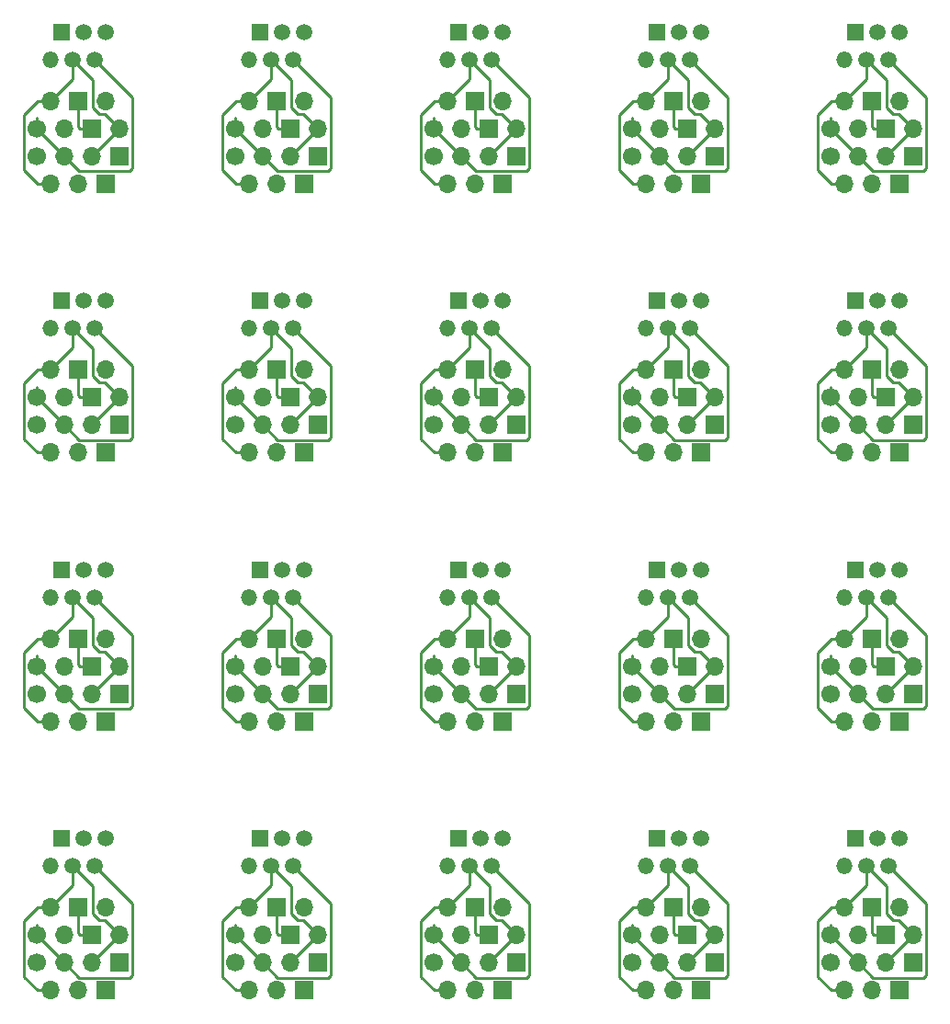
<source format=gbl>
G04 #@! TF.GenerationSoftware,KiCad,Pcbnew,5.1.5+dfsg1-2build2*
G04 #@! TF.CreationDate,2020-09-11T16:17:58-03:00*
G04 #@! TF.ProjectId,panel2,70616e65-6c32-42e6-9b69-6361645f7063,rev?*
G04 #@! TF.SameCoordinates,Original*
G04 #@! TF.FileFunction,Copper,L2,Bot*
G04 #@! TF.FilePolarity,Positive*
%FSLAX46Y46*%
G04 Gerber Fmt 4.6, Leading zero omitted, Abs format (unit mm)*
G04 Created by KiCad (PCBNEW 5.1.5+dfsg1-2build2) date 2020-09-11 16:17:58*
%MOMM*%
%LPD*%
G04 APERTURE LIST*
%ADD10O,1.700000X1.700000*%
%ADD11R,1.700000X1.700000*%
%ADD12C,1.700000*%
%ADD13O,1.520000X1.520000*%
%ADD14R,1.520000X1.520000*%
%ADD15C,1.520000*%
%ADD16C,0.250000*%
G04 APERTURE END LIST*
D10*
X151257000Y-90805000D03*
D11*
X153797000Y-90805000D03*
D10*
X156337000Y-90805000D03*
X157607000Y-118110000D03*
D11*
X155067000Y-118110000D03*
D10*
X152527000Y-118110000D03*
D12*
X149987000Y-118110000D03*
D13*
X151257000Y-136525000D03*
D14*
X152277000Y-133985000D03*
D15*
X153297000Y-136525000D03*
X154317000Y-133985000D03*
X155337000Y-136525000D03*
X156357000Y-133985000D03*
D10*
X151257000Y-140335000D03*
D11*
X153797000Y-140335000D03*
D10*
X156337000Y-140335000D03*
D11*
X157607000Y-71120000D03*
D10*
X155067000Y-71120000D03*
X152527000Y-71120000D03*
D12*
X149987000Y-71120000D03*
D10*
X151257000Y-98425000D03*
X153797000Y-98425000D03*
D11*
X156337000Y-98425000D03*
D15*
X156357000Y-59690000D03*
X155337000Y-62230000D03*
X154317000Y-59690000D03*
X153297000Y-62230000D03*
D14*
X152277000Y-59690000D03*
D13*
X151257000Y-62230000D03*
D11*
X156337000Y-123190000D03*
D10*
X153797000Y-123190000D03*
X151257000Y-123190000D03*
X156337000Y-66040000D03*
D11*
X153797000Y-66040000D03*
D10*
X151257000Y-66040000D03*
D15*
X156357000Y-109220000D03*
X155337000Y-111760000D03*
X154317000Y-109220000D03*
X153297000Y-111760000D03*
D14*
X152277000Y-109220000D03*
D13*
X151257000Y-111760000D03*
D12*
X149987000Y-142875000D03*
D10*
X152527000Y-142875000D03*
D11*
X155067000Y-142875000D03*
D10*
X157607000Y-142875000D03*
D12*
X149987000Y-95885000D03*
D10*
X152527000Y-95885000D03*
X155067000Y-95885000D03*
D11*
X157607000Y-95885000D03*
X156337000Y-73660000D03*
D10*
X153797000Y-73660000D03*
X151257000Y-73660000D03*
X156337000Y-115570000D03*
D11*
X153797000Y-115570000D03*
D10*
X151257000Y-115570000D03*
D12*
X149987000Y-93345000D03*
D10*
X152527000Y-93345000D03*
D11*
X155067000Y-93345000D03*
D10*
X157607000Y-93345000D03*
D13*
X151257000Y-86995000D03*
D14*
X152277000Y-84455000D03*
D15*
X153297000Y-86995000D03*
X154317000Y-84455000D03*
X155337000Y-86995000D03*
X156357000Y-84455000D03*
D10*
X157607000Y-68580000D03*
D11*
X155067000Y-68580000D03*
D10*
X152527000Y-68580000D03*
D12*
X149987000Y-68580000D03*
X149987000Y-145415000D03*
D10*
X152527000Y-145415000D03*
X155067000Y-145415000D03*
D11*
X157607000Y-145415000D03*
D10*
X151257000Y-147955000D03*
X153797000Y-147955000D03*
D11*
X156337000Y-147955000D03*
X157607000Y-120650000D03*
D10*
X155067000Y-120650000D03*
X152527000Y-120650000D03*
D12*
X149987000Y-120650000D03*
D10*
X138049000Y-140335000D03*
D11*
X135509000Y-140335000D03*
D10*
X132969000Y-140335000D03*
D13*
X132969000Y-62230000D03*
D14*
X133989000Y-59690000D03*
D15*
X135009000Y-62230000D03*
X136029000Y-59690000D03*
X137049000Y-62230000D03*
X138069000Y-59690000D03*
D12*
X131699000Y-71120000D03*
D10*
X134239000Y-71120000D03*
X136779000Y-71120000D03*
D11*
X139319000Y-71120000D03*
D10*
X132969000Y-123190000D03*
X135509000Y-123190000D03*
D11*
X138049000Y-123190000D03*
D13*
X132969000Y-111760000D03*
D14*
X133989000Y-109220000D03*
D15*
X135009000Y-111760000D03*
X136029000Y-109220000D03*
X137049000Y-111760000D03*
X138069000Y-109220000D03*
D12*
X131699000Y-118110000D03*
D10*
X134239000Y-118110000D03*
D11*
X136779000Y-118110000D03*
D10*
X139319000Y-118110000D03*
X139319000Y-93345000D03*
D11*
X136779000Y-93345000D03*
D10*
X134239000Y-93345000D03*
D12*
X131699000Y-93345000D03*
X131699000Y-120650000D03*
D10*
X134239000Y-120650000D03*
X136779000Y-120650000D03*
D11*
X139319000Y-120650000D03*
D10*
X132969000Y-73660000D03*
X135509000Y-73660000D03*
D11*
X138049000Y-73660000D03*
D10*
X139319000Y-142875000D03*
D11*
X136779000Y-142875000D03*
D10*
X134239000Y-142875000D03*
D12*
X131699000Y-142875000D03*
D11*
X139319000Y-95885000D03*
D10*
X136779000Y-95885000D03*
X134239000Y-95885000D03*
D12*
X131699000Y-95885000D03*
D11*
X138049000Y-147955000D03*
D10*
X135509000Y-147955000D03*
X132969000Y-147955000D03*
D11*
X139319000Y-145415000D03*
D10*
X136779000Y-145415000D03*
X134239000Y-145415000D03*
D12*
X131699000Y-145415000D03*
D10*
X132969000Y-66040000D03*
D11*
X135509000Y-66040000D03*
D10*
X138049000Y-66040000D03*
X132969000Y-115570000D03*
D11*
X135509000Y-115570000D03*
D10*
X138049000Y-115570000D03*
D11*
X138049000Y-98425000D03*
D10*
X135509000Y-98425000D03*
X132969000Y-98425000D03*
X138049000Y-90805000D03*
D11*
X135509000Y-90805000D03*
D10*
X132969000Y-90805000D03*
D15*
X138069000Y-133985000D03*
X137049000Y-136525000D03*
X136029000Y-133985000D03*
X135009000Y-136525000D03*
D14*
X133989000Y-133985000D03*
D13*
X132969000Y-136525000D03*
D15*
X138069000Y-84455000D03*
X137049000Y-86995000D03*
X136029000Y-84455000D03*
X135009000Y-86995000D03*
D14*
X133989000Y-84455000D03*
D13*
X132969000Y-86995000D03*
D12*
X131699000Y-68580000D03*
D10*
X134239000Y-68580000D03*
D11*
X136779000Y-68580000D03*
D10*
X139319000Y-68580000D03*
X119761000Y-66040000D03*
D11*
X117221000Y-66040000D03*
D10*
X114681000Y-66040000D03*
D12*
X113411000Y-142875000D03*
D10*
X115951000Y-142875000D03*
D11*
X118491000Y-142875000D03*
D10*
X121031000Y-142875000D03*
X114681000Y-90805000D03*
D11*
X117221000Y-90805000D03*
D10*
X119761000Y-90805000D03*
X114681000Y-147955000D03*
X117221000Y-147955000D03*
D11*
X119761000Y-147955000D03*
X119761000Y-73660000D03*
D10*
X117221000Y-73660000D03*
X114681000Y-73660000D03*
D15*
X119781000Y-59690000D03*
X118761000Y-62230000D03*
X117741000Y-59690000D03*
X116721000Y-62230000D03*
D14*
X115701000Y-59690000D03*
D13*
X114681000Y-62230000D03*
D11*
X119761000Y-123190000D03*
D10*
X117221000Y-123190000D03*
X114681000Y-123190000D03*
X121031000Y-118110000D03*
D11*
X118491000Y-118110000D03*
D10*
X115951000Y-118110000D03*
D12*
X113411000Y-118110000D03*
D15*
X119781000Y-109220000D03*
X118761000Y-111760000D03*
X117741000Y-109220000D03*
X116721000Y-111760000D03*
D14*
X115701000Y-109220000D03*
D13*
X114681000Y-111760000D03*
D10*
X114681000Y-98425000D03*
X117221000Y-98425000D03*
D11*
X119761000Y-98425000D03*
D12*
X113411000Y-95885000D03*
D10*
X115951000Y-95885000D03*
X118491000Y-95885000D03*
D11*
X121031000Y-95885000D03*
D12*
X113411000Y-145415000D03*
D10*
X115951000Y-145415000D03*
X118491000Y-145415000D03*
D11*
X121031000Y-145415000D03*
D13*
X114681000Y-136525000D03*
D14*
X115701000Y-133985000D03*
D15*
X116721000Y-136525000D03*
X117741000Y-133985000D03*
X118761000Y-136525000D03*
X119781000Y-133985000D03*
D10*
X114681000Y-140335000D03*
D11*
X117221000Y-140335000D03*
D10*
X119761000Y-140335000D03*
D12*
X113411000Y-93345000D03*
D10*
X115951000Y-93345000D03*
D11*
X118491000Y-93345000D03*
D10*
X121031000Y-93345000D03*
D11*
X121031000Y-120650000D03*
D10*
X118491000Y-120650000D03*
X115951000Y-120650000D03*
D12*
X113411000Y-120650000D03*
D10*
X119761000Y-115570000D03*
D11*
X117221000Y-115570000D03*
D10*
X114681000Y-115570000D03*
X121031000Y-68580000D03*
D11*
X118491000Y-68580000D03*
D10*
X115951000Y-68580000D03*
D12*
X113411000Y-68580000D03*
D11*
X121031000Y-71120000D03*
D10*
X118491000Y-71120000D03*
X115951000Y-71120000D03*
D12*
X113411000Y-71120000D03*
D13*
X114681000Y-86995000D03*
D14*
X115701000Y-84455000D03*
D15*
X116721000Y-86995000D03*
X117741000Y-84455000D03*
X118761000Y-86995000D03*
X119781000Y-84455000D03*
D10*
X102743000Y-142875000D03*
D11*
X100203000Y-142875000D03*
D10*
X97663000Y-142875000D03*
D12*
X95123000Y-142875000D03*
D11*
X102743000Y-145415000D03*
D10*
X100203000Y-145415000D03*
X97663000Y-145415000D03*
D12*
X95123000Y-145415000D03*
D15*
X101493000Y-133985000D03*
X100473000Y-136525000D03*
X99453000Y-133985000D03*
X98433000Y-136525000D03*
D14*
X97413000Y-133985000D03*
D13*
X96393000Y-136525000D03*
D10*
X96393000Y-123190000D03*
X98933000Y-123190000D03*
D11*
X101473000Y-123190000D03*
D13*
X96393000Y-111760000D03*
D14*
X97413000Y-109220000D03*
D15*
X98433000Y-111760000D03*
X99453000Y-109220000D03*
X100473000Y-111760000D03*
X101493000Y-109220000D03*
D12*
X95123000Y-120650000D03*
D10*
X97663000Y-120650000D03*
X100203000Y-120650000D03*
D11*
X102743000Y-120650000D03*
D10*
X101473000Y-90805000D03*
D11*
X98933000Y-90805000D03*
D10*
X96393000Y-90805000D03*
X102743000Y-93345000D03*
D11*
X100203000Y-93345000D03*
D10*
X97663000Y-93345000D03*
D12*
X95123000Y-93345000D03*
D11*
X102743000Y-95885000D03*
D10*
X100203000Y-95885000D03*
X97663000Y-95885000D03*
D12*
X95123000Y-95885000D03*
D15*
X101493000Y-84455000D03*
X100473000Y-86995000D03*
X99453000Y-84455000D03*
X98433000Y-86995000D03*
D14*
X97413000Y-84455000D03*
D13*
X96393000Y-86995000D03*
D11*
X101473000Y-98425000D03*
D10*
X98933000Y-98425000D03*
X96393000Y-98425000D03*
X96393000Y-66040000D03*
D11*
X98933000Y-66040000D03*
D10*
X101473000Y-66040000D03*
D12*
X95123000Y-118110000D03*
D10*
X97663000Y-118110000D03*
D11*
X100203000Y-118110000D03*
D10*
X102743000Y-118110000D03*
X96393000Y-73660000D03*
X98933000Y-73660000D03*
D11*
X101473000Y-73660000D03*
D13*
X96393000Y-62230000D03*
D14*
X97413000Y-59690000D03*
D15*
X98433000Y-62230000D03*
X99453000Y-59690000D03*
X100473000Y-62230000D03*
X101493000Y-59690000D03*
D12*
X95123000Y-71120000D03*
D10*
X97663000Y-71120000D03*
X100203000Y-71120000D03*
D11*
X102743000Y-71120000D03*
D10*
X101473000Y-140335000D03*
D11*
X98933000Y-140335000D03*
D10*
X96393000Y-140335000D03*
D11*
X101473000Y-147955000D03*
D10*
X98933000Y-147955000D03*
X96393000Y-147955000D03*
D12*
X95123000Y-68580000D03*
D10*
X97663000Y-68580000D03*
D11*
X100203000Y-68580000D03*
D10*
X102743000Y-68580000D03*
X96393000Y-115570000D03*
D11*
X98933000Y-115570000D03*
D10*
X101473000Y-115570000D03*
X78105000Y-147955000D03*
X80645000Y-147955000D03*
D11*
X83185000Y-147955000D03*
D13*
X78105000Y-136525000D03*
D14*
X79125000Y-133985000D03*
D15*
X80145000Y-136525000D03*
X81165000Y-133985000D03*
X82185000Y-136525000D03*
X83205000Y-133985000D03*
D12*
X76835000Y-145415000D03*
D10*
X79375000Y-145415000D03*
X81915000Y-145415000D03*
D11*
X84455000Y-145415000D03*
D12*
X76835000Y-142875000D03*
D10*
X79375000Y-142875000D03*
D11*
X81915000Y-142875000D03*
D10*
X84455000Y-142875000D03*
X78105000Y-140335000D03*
D11*
X80645000Y-140335000D03*
D10*
X83185000Y-140335000D03*
X83185000Y-115570000D03*
D11*
X80645000Y-115570000D03*
D10*
X78105000Y-115570000D03*
X84455000Y-118110000D03*
D11*
X81915000Y-118110000D03*
D10*
X79375000Y-118110000D03*
D12*
X76835000Y-118110000D03*
D11*
X84455000Y-120650000D03*
D10*
X81915000Y-120650000D03*
X79375000Y-120650000D03*
D12*
X76835000Y-120650000D03*
D15*
X83205000Y-109220000D03*
X82185000Y-111760000D03*
X81165000Y-109220000D03*
X80145000Y-111760000D03*
D14*
X79125000Y-109220000D03*
D13*
X78105000Y-111760000D03*
D11*
X83185000Y-123190000D03*
D10*
X80645000Y-123190000D03*
X78105000Y-123190000D03*
X78105000Y-90805000D03*
D11*
X80645000Y-90805000D03*
D10*
X83185000Y-90805000D03*
X78105000Y-98425000D03*
X80645000Y-98425000D03*
D11*
X83185000Y-98425000D03*
D13*
X78105000Y-86995000D03*
D14*
X79125000Y-84455000D03*
D15*
X80145000Y-86995000D03*
X81165000Y-84455000D03*
X82185000Y-86995000D03*
X83205000Y-84455000D03*
D12*
X76835000Y-95885000D03*
D10*
X79375000Y-95885000D03*
X81915000Y-95885000D03*
D11*
X84455000Y-95885000D03*
D12*
X76835000Y-93345000D03*
D10*
X79375000Y-93345000D03*
D11*
X81915000Y-93345000D03*
D10*
X84455000Y-93345000D03*
X84455000Y-68580000D03*
D11*
X81915000Y-68580000D03*
D10*
X79375000Y-68580000D03*
D12*
X76835000Y-68580000D03*
D11*
X84455000Y-71120000D03*
D10*
X81915000Y-71120000D03*
X79375000Y-71120000D03*
D12*
X76835000Y-71120000D03*
D10*
X83185000Y-66040000D03*
D11*
X80645000Y-66040000D03*
D10*
X78105000Y-66040000D03*
D11*
X83185000Y-73660000D03*
D10*
X80645000Y-73660000D03*
X78105000Y-73660000D03*
D15*
X83205000Y-59690000D03*
X82185000Y-62230000D03*
X81165000Y-59690000D03*
X80145000Y-62230000D03*
D14*
X79125000Y-59690000D03*
D13*
X78105000Y-62230000D03*
D16*
X76835000Y-67580000D02*
X76835000Y-68580000D01*
X76835000Y-68580000D02*
X79375000Y-71120000D01*
X85630001Y-65675001D02*
X82944999Y-62989999D01*
X85630001Y-72230001D02*
X85630001Y-65675001D01*
X82944999Y-62989999D02*
X82185000Y-62230000D01*
X85375003Y-72484999D02*
X85630001Y-72230001D01*
X80739999Y-72484999D02*
X85375003Y-72484999D01*
X79375000Y-71120000D02*
X80739999Y-72484999D01*
X85375003Y-97249999D02*
X85630001Y-96995001D01*
X85630001Y-90440001D02*
X82944999Y-87754999D01*
X85630001Y-96995001D02*
X85630001Y-90440001D01*
X82944999Y-87754999D02*
X82185000Y-86995000D01*
X76835000Y-93345000D02*
X79375000Y-95885000D01*
X79375000Y-95885000D02*
X80739999Y-97249999D01*
X80739999Y-97249999D02*
X85375003Y-97249999D01*
X76835000Y-92345000D02*
X76835000Y-93345000D01*
X80739999Y-122014999D02*
X85375003Y-122014999D01*
X79375000Y-120650000D02*
X80739999Y-122014999D01*
X85630001Y-121760001D02*
X85630001Y-115205001D01*
X76835000Y-117110000D02*
X76835000Y-118110000D01*
X85630001Y-115205001D02*
X82944999Y-112519999D01*
X82944999Y-112519999D02*
X82185000Y-111760000D01*
X76835000Y-118110000D02*
X79375000Y-120650000D01*
X85375003Y-122014999D02*
X85630001Y-121760001D01*
X85375003Y-146779999D02*
X85630001Y-146525001D01*
X80739999Y-146779999D02*
X85375003Y-146779999D01*
X79375000Y-145415000D02*
X80739999Y-146779999D01*
X76835000Y-142875000D02*
X79375000Y-145415000D01*
X85630001Y-146525001D02*
X85630001Y-139970001D01*
X85630001Y-139970001D02*
X82944999Y-137284999D01*
X82944999Y-137284999D02*
X82185000Y-136525000D01*
X76835000Y-141875000D02*
X76835000Y-142875000D01*
X99027999Y-97249999D02*
X103663003Y-97249999D01*
X101232999Y-137284999D02*
X100473000Y-136525000D01*
X103663003Y-122014999D02*
X103918001Y-121760001D01*
X97663000Y-95885000D02*
X99027999Y-97249999D01*
X99027999Y-122014999D02*
X103663003Y-122014999D01*
X99027999Y-146779999D02*
X103663003Y-146779999D01*
X97663000Y-145415000D02*
X99027999Y-146779999D01*
X103663003Y-146779999D02*
X103918001Y-146525001D01*
X103918001Y-96995001D02*
X103918001Y-90440001D01*
X97663000Y-120650000D02*
X99027999Y-122014999D01*
X103663003Y-72484999D02*
X103918001Y-72230001D01*
X95123000Y-92345000D02*
X95123000Y-93345000D01*
X103918001Y-65675001D02*
X101232999Y-62989999D01*
X103918001Y-72230001D02*
X103918001Y-65675001D01*
X101232999Y-62989999D02*
X100473000Y-62230000D01*
X95123000Y-68580000D02*
X97663000Y-71120000D01*
X103918001Y-90440001D02*
X101232999Y-87754999D01*
X101232999Y-87754999D02*
X100473000Y-86995000D01*
X95123000Y-141875000D02*
X95123000Y-142875000D01*
X95123000Y-118110000D02*
X97663000Y-120650000D01*
X103918001Y-121760001D02*
X103918001Y-115205001D01*
X103918001Y-115205001D02*
X101232999Y-112519999D01*
X95123000Y-93345000D02*
X97663000Y-95885000D01*
X103918001Y-146525001D02*
X103918001Y-139970001D01*
X103918001Y-139970001D02*
X101232999Y-137284999D01*
X101232999Y-112519999D02*
X100473000Y-111760000D01*
X97663000Y-71120000D02*
X99027999Y-72484999D01*
X99027999Y-72484999D02*
X103663003Y-72484999D01*
X95123000Y-67580000D02*
X95123000Y-68580000D01*
X95123000Y-117110000D02*
X95123000Y-118110000D01*
X95123000Y-142875000D02*
X97663000Y-145415000D01*
X103663003Y-97249999D02*
X103918001Y-96995001D01*
X119520999Y-87754999D02*
X118761000Y-86995000D01*
X122206001Y-65675001D02*
X119520999Y-62989999D01*
X122206001Y-96995001D02*
X122206001Y-90440001D01*
X121951003Y-72484999D02*
X122206001Y-72230001D01*
X113411000Y-67580000D02*
X113411000Y-68580000D01*
X122206001Y-90440001D02*
X119520999Y-87754999D01*
X122206001Y-115205001D02*
X119520999Y-112519999D01*
X113411000Y-68580000D02*
X115951000Y-71120000D01*
X122206001Y-72230001D02*
X122206001Y-65675001D01*
X115951000Y-71120000D02*
X117315999Y-72484999D01*
X121951003Y-122014999D02*
X122206001Y-121760001D01*
X113411000Y-93345000D02*
X115951000Y-95885000D01*
X113411000Y-118110000D02*
X115951000Y-120650000D01*
X121951003Y-97249999D02*
X122206001Y-96995001D01*
X121951003Y-146779999D02*
X122206001Y-146525001D01*
X113411000Y-92345000D02*
X113411000Y-93345000D01*
X115951000Y-95885000D02*
X117315999Y-97249999D01*
X117315999Y-72484999D02*
X121951003Y-72484999D01*
X113411000Y-117110000D02*
X113411000Y-118110000D01*
X115951000Y-120650000D02*
X117315999Y-122014999D01*
X119520999Y-137284999D02*
X118761000Y-136525000D01*
X119520999Y-62989999D02*
X118761000Y-62230000D01*
X117315999Y-122014999D02*
X121951003Y-122014999D01*
X122206001Y-146525001D02*
X122206001Y-139970001D01*
X119520999Y-112519999D02*
X118761000Y-111760000D01*
X122206001Y-139970001D02*
X119520999Y-137284999D01*
X115951000Y-145415000D02*
X117315999Y-146779999D01*
X122206001Y-121760001D02*
X122206001Y-115205001D01*
X117315999Y-97249999D02*
X121951003Y-97249999D01*
X113411000Y-141875000D02*
X113411000Y-142875000D01*
X117315999Y-146779999D02*
X121951003Y-146779999D01*
X113411000Y-142875000D02*
X115951000Y-145415000D01*
X131699000Y-67580000D02*
X131699000Y-68580000D01*
X134239000Y-95885000D02*
X135603999Y-97249999D01*
X131699000Y-93345000D02*
X134239000Y-95885000D01*
X135603999Y-97249999D02*
X140239003Y-97249999D01*
X140239003Y-72484999D02*
X140494001Y-72230001D01*
X135603999Y-72484999D02*
X140239003Y-72484999D01*
X131699000Y-92345000D02*
X131699000Y-93345000D01*
X131699000Y-117110000D02*
X131699000Y-118110000D01*
X137808999Y-137284999D02*
X137049000Y-136525000D01*
X137808999Y-87754999D02*
X137049000Y-86995000D01*
X137808999Y-112519999D02*
X137049000Y-111760000D01*
X140239003Y-122014999D02*
X140494001Y-121760001D01*
X140494001Y-65675001D02*
X137808999Y-62989999D01*
X140494001Y-139970001D02*
X137808999Y-137284999D01*
X134239000Y-145415000D02*
X135603999Y-146779999D01*
X135603999Y-146779999D02*
X140239003Y-146779999D01*
X131699000Y-142875000D02*
X134239000Y-145415000D01*
X131699000Y-68580000D02*
X134239000Y-71120000D01*
X140494001Y-96995001D02*
X140494001Y-90440001D01*
X134239000Y-120650000D02*
X135603999Y-122014999D01*
X131699000Y-141875000D02*
X131699000Y-142875000D01*
X140494001Y-146525001D02*
X140494001Y-139970001D01*
X140494001Y-115205001D02*
X137808999Y-112519999D01*
X140494001Y-121760001D02*
X140494001Y-115205001D01*
X134239000Y-71120000D02*
X135603999Y-72484999D01*
X131699000Y-118110000D02*
X134239000Y-120650000D01*
X140494001Y-72230001D02*
X140494001Y-65675001D01*
X140494001Y-90440001D02*
X137808999Y-87754999D01*
X140239003Y-97249999D02*
X140494001Y-96995001D01*
X140239003Y-146779999D02*
X140494001Y-146525001D01*
X135603999Y-122014999D02*
X140239003Y-122014999D01*
X137808999Y-62989999D02*
X137049000Y-62230000D01*
X152527000Y-95885000D02*
X153891999Y-97249999D01*
X149987000Y-93345000D02*
X152527000Y-95885000D01*
X153891999Y-97249999D02*
X158527003Y-97249999D01*
X158527003Y-72484999D02*
X158782001Y-72230001D01*
X158782001Y-115205001D02*
X156096999Y-112519999D01*
X152527000Y-145415000D02*
X153891999Y-146779999D01*
X158782001Y-139970001D02*
X156096999Y-137284999D01*
X158782001Y-121760001D02*
X158782001Y-115205001D01*
X152527000Y-71120000D02*
X153891999Y-72484999D01*
X156096999Y-62989999D02*
X155337000Y-62230000D01*
X149987000Y-92345000D02*
X149987000Y-93345000D01*
X149987000Y-117110000D02*
X149987000Y-118110000D01*
X153891999Y-146779999D02*
X158527003Y-146779999D01*
X152527000Y-120650000D02*
X153891999Y-122014999D01*
X149987000Y-141875000D02*
X149987000Y-142875000D01*
X158782001Y-146525001D02*
X158782001Y-139970001D01*
X158782001Y-90440001D02*
X156096999Y-87754999D01*
X156096999Y-137284999D02*
X155337000Y-136525000D01*
X156096999Y-87754999D02*
X155337000Y-86995000D01*
X156096999Y-112519999D02*
X155337000Y-111760000D01*
X158527003Y-122014999D02*
X158782001Y-121760001D01*
X158782001Y-65675001D02*
X156096999Y-62989999D01*
X149987000Y-142875000D02*
X152527000Y-145415000D01*
X149987000Y-68580000D02*
X152527000Y-71120000D01*
X158782001Y-96995001D02*
X158782001Y-90440001D01*
X149987000Y-118110000D02*
X152527000Y-120650000D01*
X158782001Y-72230001D02*
X158782001Y-65675001D01*
X149987000Y-67580000D02*
X149987000Y-68580000D01*
X158527003Y-97249999D02*
X158782001Y-96995001D01*
X158527003Y-146779999D02*
X158782001Y-146525001D01*
X153891999Y-122014999D02*
X158527003Y-122014999D01*
X153891999Y-72484999D02*
X158527003Y-72484999D01*
X83605001Y-67730001D02*
X84455000Y-68580000D01*
X83090001Y-67215001D02*
X83605001Y-67730001D01*
X82620999Y-67215001D02*
X83090001Y-67215001D01*
X82009999Y-66604001D02*
X82620999Y-67215001D01*
X82009999Y-64094999D02*
X82009999Y-66604001D01*
X80145000Y-62230000D02*
X82009999Y-64094999D01*
X84455000Y-68580000D02*
X81915000Y-71120000D01*
X80145000Y-64000000D02*
X78105000Y-66040000D01*
X80145000Y-62230000D02*
X80145000Y-64000000D01*
X76902919Y-73660000D02*
X78105000Y-73660000D01*
X75659999Y-72417080D02*
X76902919Y-73660000D01*
X76902919Y-66040000D02*
X75659999Y-67282920D01*
X75659999Y-67282920D02*
X75659999Y-72417080D01*
X78105000Y-66040000D02*
X76902919Y-66040000D01*
X83090001Y-91980001D02*
X83605001Y-92495001D01*
X80145000Y-88765000D02*
X78105000Y-90805000D01*
X82620999Y-91980001D02*
X83090001Y-91980001D01*
X82009999Y-91369001D02*
X82620999Y-91980001D01*
X84455000Y-93345000D02*
X81915000Y-95885000D01*
X82009999Y-88859999D02*
X82009999Y-91369001D01*
X76902919Y-98425000D02*
X78105000Y-98425000D01*
X75659999Y-97182080D02*
X76902919Y-98425000D01*
X83605001Y-92495001D02*
X84455000Y-93345000D01*
X78105000Y-90805000D02*
X76902919Y-90805000D01*
X80145000Y-86995000D02*
X82009999Y-88859999D01*
X75659999Y-92047920D02*
X75659999Y-97182080D01*
X76902919Y-90805000D02*
X75659999Y-92047920D01*
X80145000Y-86995000D02*
X80145000Y-88765000D01*
X76902919Y-115570000D02*
X75659999Y-116812920D01*
X83090001Y-116745001D02*
X83605001Y-117260001D01*
X76902919Y-123190000D02*
X78105000Y-123190000D01*
X82009999Y-116134001D02*
X82620999Y-116745001D01*
X75659999Y-116812920D02*
X75659999Y-121947080D01*
X80145000Y-111760000D02*
X80145000Y-113530000D01*
X80145000Y-113530000D02*
X78105000Y-115570000D01*
X83605001Y-117260001D02*
X84455000Y-118110000D01*
X84455000Y-118110000D02*
X81915000Y-120650000D01*
X80145000Y-111760000D02*
X82009999Y-113624999D01*
X78105000Y-115570000D02*
X76902919Y-115570000D01*
X82009999Y-113624999D02*
X82009999Y-116134001D01*
X75659999Y-121947080D02*
X76902919Y-123190000D01*
X82620999Y-116745001D02*
X83090001Y-116745001D01*
X75659999Y-141577920D02*
X75659999Y-146712080D01*
X80145000Y-136525000D02*
X82009999Y-138389999D01*
X78105000Y-140335000D02*
X76902919Y-140335000D01*
X82009999Y-138389999D02*
X82009999Y-140899001D01*
X75659999Y-146712080D02*
X76902919Y-147955000D01*
X82620999Y-141510001D02*
X83090001Y-141510001D01*
X76902919Y-140335000D02*
X75659999Y-141577920D01*
X83090001Y-141510001D02*
X83605001Y-142025001D01*
X76902919Y-147955000D02*
X78105000Y-147955000D01*
X82009999Y-140899001D02*
X82620999Y-141510001D01*
X80145000Y-136525000D02*
X80145000Y-138295000D01*
X80145000Y-138295000D02*
X78105000Y-140335000D01*
X83605001Y-142025001D02*
X84455000Y-142875000D01*
X84455000Y-142875000D02*
X81915000Y-145415000D01*
X93947999Y-116812920D02*
X93947999Y-121947080D01*
X98433000Y-136525000D02*
X98433000Y-138295000D01*
X98433000Y-111760000D02*
X100297999Y-113624999D01*
X96393000Y-115570000D02*
X95190919Y-115570000D01*
X100297999Y-113624999D02*
X100297999Y-116134001D01*
X93947999Y-121947080D02*
X95190919Y-123190000D01*
X100908999Y-116745001D02*
X101378001Y-116745001D01*
X98433000Y-136525000D02*
X100297999Y-138389999D01*
X101378001Y-67215001D02*
X101893001Y-67730001D01*
X95190919Y-90805000D02*
X93947999Y-92047920D01*
X95190919Y-115570000D02*
X93947999Y-116812920D01*
X101378001Y-91980001D02*
X101893001Y-92495001D01*
X98433000Y-138295000D02*
X96393000Y-140335000D01*
X101378001Y-116745001D02*
X101893001Y-117260001D01*
X101378001Y-141510001D02*
X101893001Y-142025001D01*
X95190919Y-98425000D02*
X96393000Y-98425000D01*
X93947999Y-146712080D02*
X95190919Y-147955000D01*
X100908999Y-141510001D02*
X101378001Y-141510001D01*
X100297999Y-91369001D02*
X100908999Y-91980001D01*
X98433000Y-64000000D02*
X96393000Y-66040000D01*
X93947999Y-92047920D02*
X93947999Y-97182080D01*
X100908999Y-67215001D02*
X101378001Y-67215001D01*
X100297999Y-66604001D02*
X100908999Y-67215001D01*
X102743000Y-68580000D02*
X100203000Y-71120000D01*
X100297999Y-64094999D02*
X100297999Y-66604001D01*
X98433000Y-86995000D02*
X98433000Y-88765000D01*
X102743000Y-142875000D02*
X100203000Y-145415000D01*
X98433000Y-88765000D02*
X96393000Y-90805000D01*
X95190919Y-123190000D02*
X96393000Y-123190000D01*
X101893001Y-92495001D02*
X102743000Y-93345000D01*
X102743000Y-93345000D02*
X100203000Y-95885000D01*
X95190919Y-73660000D02*
X96393000Y-73660000D01*
X93947999Y-141577920D02*
X93947999Y-146712080D01*
X95190919Y-140335000D02*
X93947999Y-141577920D01*
X100297999Y-116134001D02*
X100908999Y-116745001D01*
X93947999Y-72417080D02*
X95190919Y-73660000D01*
X95190919Y-147955000D02*
X96393000Y-147955000D01*
X100297999Y-140899001D02*
X100908999Y-141510001D01*
X98433000Y-111760000D02*
X98433000Y-113530000D01*
X98433000Y-113530000D02*
X96393000Y-115570000D01*
X101893001Y-117260001D02*
X102743000Y-118110000D01*
X98433000Y-86995000D02*
X100297999Y-88859999D01*
X96393000Y-140335000D02*
X95190919Y-140335000D01*
X96393000Y-90805000D02*
X95190919Y-90805000D01*
X101893001Y-67730001D02*
X102743000Y-68580000D01*
X96393000Y-66040000D02*
X95190919Y-66040000D01*
X100297999Y-138389999D02*
X100297999Y-140899001D01*
X98433000Y-62230000D02*
X100297999Y-64094999D01*
X102743000Y-118110000D02*
X100203000Y-120650000D01*
X93947999Y-67282920D02*
X93947999Y-72417080D01*
X100297999Y-88859999D02*
X100297999Y-91369001D01*
X95190919Y-66040000D02*
X93947999Y-67282920D01*
X101893001Y-142025001D02*
X102743000Y-142875000D01*
X98433000Y-62230000D02*
X98433000Y-64000000D01*
X93947999Y-97182080D02*
X95190919Y-98425000D01*
X100908999Y-91980001D02*
X101378001Y-91980001D01*
X116721000Y-64000000D02*
X114681000Y-66040000D01*
X113478919Y-123190000D02*
X114681000Y-123190000D01*
X116721000Y-111760000D02*
X116721000Y-113530000D01*
X120181001Y-117260001D02*
X121031000Y-118110000D01*
X119196999Y-116745001D02*
X119666001Y-116745001D01*
X116721000Y-88765000D02*
X114681000Y-90805000D01*
X116721000Y-86995000D02*
X118585999Y-88859999D01*
X112235999Y-67282920D02*
X112235999Y-72417080D01*
X116721000Y-138295000D02*
X114681000Y-140335000D01*
X113478919Y-115570000D02*
X112235999Y-116812920D01*
X121031000Y-142875000D02*
X118491000Y-145415000D01*
X120181001Y-92495001D02*
X121031000Y-93345000D01*
X118585999Y-88859999D02*
X118585999Y-91369001D01*
X114681000Y-66040000D02*
X113478919Y-66040000D01*
X116721000Y-136525000D02*
X116721000Y-138295000D01*
X113478919Y-66040000D02*
X112235999Y-67282920D01*
X116721000Y-111760000D02*
X118585999Y-113624999D01*
X113478919Y-98425000D02*
X114681000Y-98425000D01*
X119666001Y-116745001D02*
X120181001Y-117260001D01*
X116721000Y-62230000D02*
X118585999Y-64094999D01*
X119196999Y-67215001D02*
X119666001Y-67215001D01*
X121031000Y-68580000D02*
X118491000Y-71120000D01*
X113478919Y-147955000D02*
X114681000Y-147955000D01*
X114681000Y-115570000D02*
X113478919Y-115570000D01*
X121031000Y-118110000D02*
X118491000Y-120650000D01*
X120181001Y-142025001D02*
X121031000Y-142875000D01*
X116721000Y-62230000D02*
X116721000Y-64000000D01*
X113478919Y-90805000D02*
X112235999Y-92047920D01*
X112235999Y-72417080D02*
X113478919Y-73660000D01*
X112235999Y-92047920D02*
X112235999Y-97182080D01*
X118585999Y-66604001D02*
X119196999Y-67215001D01*
X121031000Y-93345000D02*
X118491000Y-95885000D01*
X114681000Y-90805000D02*
X113478919Y-90805000D01*
X112235999Y-97182080D02*
X113478919Y-98425000D01*
X112235999Y-116812920D02*
X112235999Y-121947080D01*
X119196999Y-91980001D02*
X119666001Y-91980001D01*
X118585999Y-140899001D02*
X119196999Y-141510001D01*
X112235999Y-146712080D02*
X113478919Y-147955000D01*
X112235999Y-121947080D02*
X113478919Y-123190000D01*
X118585999Y-138389999D02*
X118585999Y-140899001D01*
X120181001Y-67730001D02*
X121031000Y-68580000D01*
X113478919Y-73660000D02*
X114681000Y-73660000D01*
X118585999Y-113624999D02*
X118585999Y-116134001D01*
X114681000Y-140335000D02*
X113478919Y-140335000D01*
X116721000Y-113530000D02*
X114681000Y-115570000D01*
X119196999Y-141510001D02*
X119666001Y-141510001D01*
X116721000Y-86995000D02*
X116721000Y-88765000D01*
X112235999Y-141577920D02*
X112235999Y-146712080D01*
X119666001Y-141510001D02*
X120181001Y-142025001D01*
X118585999Y-91369001D02*
X119196999Y-91980001D01*
X118585999Y-116134001D02*
X119196999Y-116745001D01*
X119666001Y-67215001D02*
X120181001Y-67730001D01*
X119666001Y-91980001D02*
X120181001Y-92495001D01*
X116721000Y-136525000D02*
X118585999Y-138389999D01*
X118585999Y-64094999D02*
X118585999Y-66604001D01*
X113478919Y-140335000D02*
X112235999Y-141577920D01*
X131766919Y-123190000D02*
X132969000Y-123190000D01*
X132969000Y-66040000D02*
X131766919Y-66040000D01*
X135009000Y-136525000D02*
X135009000Y-138295000D01*
X135009000Y-113530000D02*
X132969000Y-115570000D01*
X131766919Y-73660000D02*
X132969000Y-73660000D01*
X138469001Y-92495001D02*
X139319000Y-93345000D01*
X131766919Y-66040000D02*
X130523999Y-67282920D01*
X136873999Y-113624999D02*
X136873999Y-116134001D01*
X132969000Y-115570000D02*
X131766919Y-115570000D01*
X135009000Y-64000000D02*
X132969000Y-66040000D01*
X132969000Y-140335000D02*
X131766919Y-140335000D01*
X130523999Y-141577920D02*
X130523999Y-146712080D01*
X130523999Y-97182080D02*
X131766919Y-98425000D01*
X139319000Y-68580000D02*
X136779000Y-71120000D01*
X131766919Y-147955000D02*
X132969000Y-147955000D01*
X136873999Y-64094999D02*
X136873999Y-66604001D01*
X136873999Y-116134001D02*
X137484999Y-116745001D01*
X137954001Y-67215001D02*
X138469001Y-67730001D01*
X137954001Y-91980001D02*
X138469001Y-92495001D01*
X135009000Y-136525000D02*
X136873999Y-138389999D01*
X139319000Y-118110000D02*
X136779000Y-120650000D01*
X131766919Y-140335000D02*
X130523999Y-141577920D01*
X137484999Y-141510001D02*
X137954001Y-141510001D01*
X137954001Y-116745001D02*
X138469001Y-117260001D01*
X131766919Y-115570000D02*
X130523999Y-116812920D01*
X139319000Y-142875000D02*
X136779000Y-145415000D01*
X138469001Y-117260001D02*
X139319000Y-118110000D01*
X135009000Y-111760000D02*
X136873999Y-113624999D01*
X135009000Y-88765000D02*
X132969000Y-90805000D01*
X138469001Y-142025001D02*
X139319000Y-142875000D01*
X130523999Y-72417080D02*
X131766919Y-73660000D01*
X137954001Y-141510001D02*
X138469001Y-142025001D01*
X136873999Y-91369001D02*
X137484999Y-91980001D01*
X130523999Y-92047920D02*
X130523999Y-97182080D01*
X135009000Y-111760000D02*
X135009000Y-113530000D01*
X135009000Y-62230000D02*
X135009000Y-64000000D01*
X131766919Y-90805000D02*
X130523999Y-92047920D01*
X130523999Y-67282920D02*
X130523999Y-72417080D01*
X139319000Y-93345000D02*
X136779000Y-95885000D01*
X132969000Y-90805000D02*
X131766919Y-90805000D01*
X135009000Y-138295000D02*
X132969000Y-140335000D01*
X131766919Y-98425000D02*
X132969000Y-98425000D01*
X137484999Y-67215001D02*
X137954001Y-67215001D01*
X130523999Y-116812920D02*
X130523999Y-121947080D01*
X136873999Y-88859999D02*
X136873999Y-91369001D01*
X137484999Y-116745001D02*
X137954001Y-116745001D01*
X135009000Y-86995000D02*
X136873999Y-88859999D01*
X135009000Y-62230000D02*
X136873999Y-64094999D01*
X137484999Y-91980001D02*
X137954001Y-91980001D01*
X136873999Y-140899001D02*
X137484999Y-141510001D01*
X130523999Y-146712080D02*
X131766919Y-147955000D01*
X138469001Y-67730001D02*
X139319000Y-68580000D01*
X136873999Y-66604001D02*
X137484999Y-67215001D01*
X130523999Y-121947080D02*
X131766919Y-123190000D01*
X136873999Y-138389999D02*
X136873999Y-140899001D01*
X135009000Y-86995000D02*
X135009000Y-88765000D01*
X156757001Y-92495001D02*
X157607000Y-93345000D01*
X150054919Y-66040000D02*
X148811999Y-67282920D01*
X150054919Y-73660000D02*
X151257000Y-73660000D01*
X157607000Y-93345000D02*
X155067000Y-95885000D01*
X151257000Y-90805000D02*
X150054919Y-90805000D01*
X155161999Y-116134001D02*
X155772999Y-116745001D01*
X156242001Y-67215001D02*
X156757001Y-67730001D01*
X156242001Y-91980001D02*
X156757001Y-92495001D01*
X153297000Y-136525000D02*
X155161999Y-138389999D01*
X155161999Y-64094999D02*
X155161999Y-66604001D01*
X150054919Y-98425000D02*
X151257000Y-98425000D01*
X155772999Y-67215001D02*
X156242001Y-67215001D01*
X157607000Y-118110000D02*
X155067000Y-120650000D01*
X150054919Y-140335000D02*
X148811999Y-141577920D01*
X153297000Y-138295000D02*
X151257000Y-140335000D01*
X155161999Y-113624999D02*
X155161999Y-116134001D01*
X151257000Y-115570000D02*
X150054919Y-115570000D01*
X153297000Y-64000000D02*
X151257000Y-66040000D01*
X148811999Y-92047920D02*
X148811999Y-97182080D01*
X153297000Y-111760000D02*
X153297000Y-113530000D01*
X153297000Y-62230000D02*
X153297000Y-64000000D01*
X150054919Y-90805000D02*
X148811999Y-92047920D01*
X148811999Y-67282920D02*
X148811999Y-72417080D01*
X153297000Y-111760000D02*
X155161999Y-113624999D01*
X153297000Y-88765000D02*
X151257000Y-90805000D01*
X156757001Y-142025001D02*
X157607000Y-142875000D01*
X148811999Y-72417080D02*
X150054919Y-73660000D01*
X156242001Y-141510001D02*
X156757001Y-142025001D01*
X155161999Y-91369001D02*
X155772999Y-91980001D01*
X151257000Y-140335000D02*
X150054919Y-140335000D01*
X148811999Y-141577920D02*
X148811999Y-146712080D01*
X148811999Y-97182080D02*
X150054919Y-98425000D01*
X157607000Y-68580000D02*
X155067000Y-71120000D01*
X150054919Y-147955000D02*
X151257000Y-147955000D01*
X155772999Y-141510001D02*
X156242001Y-141510001D01*
X156242001Y-116745001D02*
X156757001Y-117260001D01*
X150054919Y-115570000D02*
X148811999Y-116812920D01*
X157607000Y-142875000D02*
X155067000Y-145415000D01*
X156757001Y-117260001D02*
X157607000Y-118110000D01*
X148811999Y-116812920D02*
X148811999Y-121947080D01*
X155161999Y-88859999D02*
X155161999Y-91369001D01*
X155772999Y-116745001D02*
X156242001Y-116745001D01*
X153297000Y-86995000D02*
X155161999Y-88859999D01*
X153297000Y-62230000D02*
X155161999Y-64094999D01*
X155772999Y-91980001D02*
X156242001Y-91980001D01*
X155161999Y-140899001D02*
X155772999Y-141510001D01*
X148811999Y-146712080D02*
X150054919Y-147955000D01*
X156757001Y-67730001D02*
X157607000Y-68580000D01*
X155161999Y-66604001D02*
X155772999Y-67215001D01*
X148811999Y-121947080D02*
X150054919Y-123190000D01*
X155161999Y-138389999D02*
X155161999Y-140899001D01*
X153297000Y-86995000D02*
X153297000Y-88765000D01*
X150054919Y-123190000D02*
X151257000Y-123190000D01*
X153297000Y-113530000D02*
X151257000Y-115570000D01*
X153297000Y-136525000D02*
X153297000Y-138295000D01*
X151257000Y-66040000D02*
X150054919Y-66040000D01*
X80815000Y-68580000D02*
X81915000Y-68580000D01*
X80645000Y-68410000D02*
X80815000Y-68580000D01*
X80645000Y-66040000D02*
X80645000Y-68410000D01*
X80645000Y-93175000D02*
X80815000Y-93345000D01*
X80645000Y-90805000D02*
X80645000Y-93175000D01*
X80815000Y-93345000D02*
X81915000Y-93345000D01*
X80815000Y-118110000D02*
X81915000Y-118110000D01*
X80645000Y-115570000D02*
X80645000Y-117940000D01*
X80645000Y-117940000D02*
X80815000Y-118110000D01*
X80815000Y-142875000D02*
X81915000Y-142875000D01*
X80645000Y-142705000D02*
X80815000Y-142875000D01*
X80645000Y-140335000D02*
X80645000Y-142705000D01*
X99103000Y-118110000D02*
X100203000Y-118110000D01*
X99103000Y-93345000D02*
X100203000Y-93345000D01*
X98933000Y-90805000D02*
X98933000Y-93175000D01*
X98933000Y-140335000D02*
X98933000Y-142705000D01*
X98933000Y-142705000D02*
X99103000Y-142875000D01*
X98933000Y-68410000D02*
X99103000Y-68580000D01*
X98933000Y-93175000D02*
X99103000Y-93345000D01*
X98933000Y-117940000D02*
X99103000Y-118110000D01*
X98933000Y-115570000D02*
X98933000Y-117940000D01*
X98933000Y-66040000D02*
X98933000Y-68410000D01*
X99103000Y-68580000D02*
X100203000Y-68580000D01*
X99103000Y-142875000D02*
X100203000Y-142875000D01*
X117221000Y-66040000D02*
X117221000Y-68410000D01*
X117391000Y-118110000D02*
X118491000Y-118110000D01*
X117221000Y-68410000D02*
X117391000Y-68580000D01*
X117221000Y-90805000D02*
X117221000Y-93175000D01*
X117221000Y-117940000D02*
X117391000Y-118110000D01*
X117221000Y-115570000D02*
X117221000Y-117940000D01*
X117391000Y-93345000D02*
X118491000Y-93345000D01*
X117221000Y-140335000D02*
X117221000Y-142705000D01*
X117391000Y-142875000D02*
X118491000Y-142875000D01*
X117221000Y-142705000D02*
X117391000Y-142875000D01*
X117391000Y-68580000D02*
X118491000Y-68580000D01*
X117221000Y-93175000D02*
X117391000Y-93345000D01*
X135679000Y-93345000D02*
X136779000Y-93345000D01*
X135509000Y-140335000D02*
X135509000Y-142705000D01*
X135509000Y-142705000D02*
X135679000Y-142875000D01*
X135509000Y-66040000D02*
X135509000Y-68410000D01*
X135509000Y-93175000D02*
X135679000Y-93345000D01*
X135679000Y-142875000D02*
X136779000Y-142875000D01*
X135679000Y-68580000D02*
X136779000Y-68580000D01*
X135509000Y-117940000D02*
X135679000Y-118110000D01*
X135679000Y-118110000D02*
X136779000Y-118110000D01*
X135509000Y-115570000D02*
X135509000Y-117940000D01*
X135509000Y-68410000D02*
X135679000Y-68580000D01*
X135509000Y-90805000D02*
X135509000Y-93175000D01*
X153797000Y-142705000D02*
X153967000Y-142875000D01*
X153797000Y-140335000D02*
X153797000Y-142705000D01*
X153967000Y-118110000D02*
X155067000Y-118110000D01*
X153797000Y-115570000D02*
X153797000Y-117940000D01*
X153797000Y-68410000D02*
X153967000Y-68580000D01*
X153797000Y-117940000D02*
X153967000Y-118110000D01*
X153797000Y-66040000D02*
X153797000Y-68410000D01*
X153797000Y-93175000D02*
X153967000Y-93345000D01*
X153967000Y-142875000D02*
X155067000Y-142875000D01*
X153967000Y-68580000D02*
X155067000Y-68580000D01*
X153967000Y-93345000D02*
X155067000Y-93345000D01*
X153797000Y-90805000D02*
X153797000Y-93175000D01*
M02*

</source>
